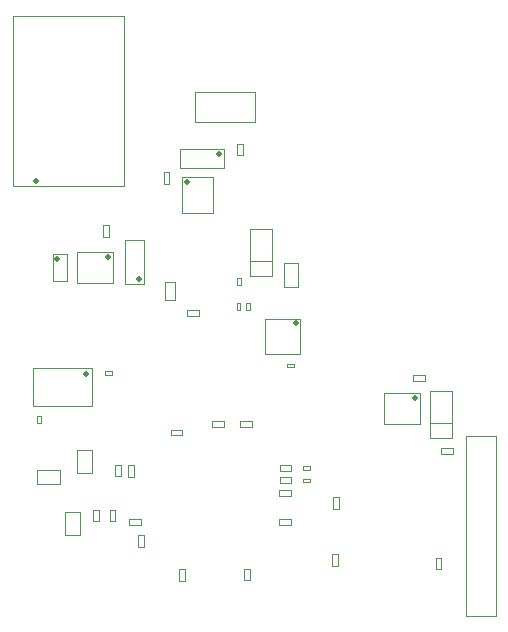
<source format=gm1>
G04 Layer_Color=16711935*
%FSLAX43Y43*%
%MOMM*%
G71*
G01*
G75*
%ADD47C,0.500*%
%ADD49C,0.100*%
%ADD82C,0.100*%
D47*
X7775Y41225D02*
D03*
X29725Y29150D02*
D03*
X9550Y34575D02*
D03*
X16475Y32950D02*
D03*
X23200Y43525D02*
D03*
X13825Y34800D02*
D03*
X20500Y41100D02*
D03*
X39800Y22875D02*
D03*
X12000Y24875D02*
D03*
D49*
X44130Y19595D02*
X46670D01*
X44130Y4355D02*
X46670D01*
X44130D02*
Y19595D01*
X46670Y4355D02*
Y19595D01*
X41575Y8325D02*
X42075D01*
X41575Y9325D02*
X42075D01*
X41575Y8325D02*
Y9325D01*
X42075Y8325D02*
Y9325D01*
X5775Y40825D02*
X15175D01*
X5775Y55225D02*
X15175D01*
X5775Y40825D02*
Y55225D01*
X15175Y40825D02*
Y55225D01*
X28350Y14575D02*
X29350D01*
X28350Y15075D02*
X29350D01*
Y14575D02*
Y15075D01*
X28350Y14575D02*
Y15075D01*
X13975Y12400D02*
Y13400D01*
X14475Y12400D02*
Y13400D01*
X13975Y12400D02*
X14475D01*
X13975Y13400D02*
X14475D01*
X19150Y19675D02*
X20150D01*
X19150Y20175D02*
X20150D01*
Y19675D02*
Y20175D01*
X19150Y19675D02*
Y20175D01*
X16075Y16175D02*
Y17175D01*
X15575Y16175D02*
Y17175D01*
X16075D01*
X15575Y16175D02*
X16075D01*
X28350Y12075D02*
X29350D01*
X28350Y12575D02*
X29350D01*
Y12075D02*
Y12575D01*
X28350Y12075D02*
Y12575D01*
X12575Y12400D02*
Y13400D01*
X13075Y12400D02*
Y13400D01*
X12575Y12400D02*
X13075D01*
X12575Y13400D02*
X13075D01*
X15600Y12575D02*
X16600D01*
X15600Y12075D02*
X16600D01*
X15600D02*
Y12575D01*
X16600Y12075D02*
Y12575D01*
X14925Y16200D02*
Y17200D01*
X14425Y16200D02*
Y17200D01*
X14925D01*
X14425Y16200D02*
X14925D01*
X22675Y20425D02*
X23675D01*
X22675Y20925D02*
X23675D01*
Y20425D02*
Y20925D01*
X22675Y20425D02*
Y20925D01*
X25350Y7400D02*
Y8400D01*
X25850Y7400D02*
Y8400D01*
X25350Y7400D02*
X25850D01*
X25350Y8400D02*
X25850D01*
X19875Y7375D02*
Y8375D01*
X20375Y7375D02*
Y8375D01*
X19875Y7375D02*
X20375D01*
X19875Y8375D02*
X20375D01*
X18675Y31100D02*
Y32700D01*
X19475Y31100D02*
Y32700D01*
X18675Y31100D02*
X19475D01*
X18675Y32700D02*
X19475D01*
X13550Y24825D02*
Y25125D01*
X14150Y24825D02*
Y25125D01*
X13550D02*
X14150D01*
X13550Y24825D02*
X14150D01*
X26050Y20425D02*
Y20925D01*
X25050Y20425D02*
Y20925D01*
Y20425D02*
X26050D01*
X25050Y20925D02*
X26050D01*
X7850Y21325D02*
X8150D01*
X7850Y20725D02*
X8150D01*
Y21325D01*
X7850Y20725D02*
Y21325D01*
X24800Y32375D02*
X25100D01*
X24800Y32975D02*
X25100D01*
X24800Y32375D02*
Y32975D01*
X25100Y32375D02*
Y32975D01*
X24750Y30900D02*
X25050D01*
X24750Y30300D02*
X25050D01*
Y30900D01*
X24750Y30300D02*
Y30900D01*
X25550Y30900D02*
X25850D01*
X25550Y30300D02*
X25850D01*
Y30900D01*
X25550Y30300D02*
Y30900D01*
X29600Y25450D02*
Y25750D01*
X29000Y25450D02*
Y25750D01*
Y25450D02*
X29600D01*
X29000Y25750D02*
X29600D01*
X30125Y26550D02*
Y29550D01*
X27125Y26550D02*
X30125D01*
X27125D02*
Y29550D01*
X30125D01*
X12450Y16475D02*
Y18475D01*
X11200Y16475D02*
X12450D01*
X11200D02*
Y18475D01*
X12450D01*
X10225Y11225D02*
Y13225D01*
X11475D01*
Y11225D02*
Y13225D01*
X10225Y11225D02*
X11475D01*
X43025Y18100D02*
Y18600D01*
X42025Y18100D02*
Y18600D01*
Y18100D02*
X43025D01*
X42025Y18600D02*
X43025D01*
X24800Y43375D02*
X25300D01*
X24800Y44375D02*
X25300D01*
X24800Y43375D02*
Y44375D01*
X25300Y43375D02*
Y44375D01*
X28725Y32250D02*
Y34249D01*
X29925Y32250D02*
Y34249D01*
X28725Y32250D02*
X29925D01*
X28725Y34249D02*
X29925D01*
X13450Y37500D02*
X13950D01*
X13450Y36500D02*
X13950D01*
Y37500D01*
X13450Y36500D02*
Y37500D01*
X16400Y11225D02*
X16900D01*
X16400Y10225D02*
X16900D01*
Y11225D01*
X16400Y10225D02*
Y11225D01*
X7801Y15575D02*
X9800D01*
X7801Y16775D02*
X9800D01*
Y15575D02*
Y16775D01*
X7801Y15575D02*
Y16775D01*
X21550Y29800D02*
Y30300D01*
X20550Y29800D02*
Y30300D01*
Y29800D02*
X21550D01*
X20550Y30300D02*
X21550D01*
X28375Y15625D02*
Y16125D01*
X29375Y15625D02*
Y16125D01*
X28375D02*
X29375D01*
X28375Y15625D02*
X29375D01*
X28375Y16675D02*
Y17175D01*
X29375Y16675D02*
Y17175D01*
X28375D02*
X29375D01*
X28375Y16675D02*
X29375D01*
X39650Y24300D02*
Y24800D01*
X40650Y24300D02*
Y24800D01*
X39650D02*
X40650D01*
X39650Y24300D02*
X40650D01*
X18550Y41975D02*
X19050D01*
X18550Y40975D02*
X19050D01*
Y41975D01*
X18550Y40975D02*
Y41975D01*
X9150Y35025D02*
X10350D01*
X9150Y32725D02*
Y35025D01*
Y32725D02*
X10350D01*
Y35025D01*
X16875Y32501D02*
Y36199D01*
X15275Y32501D02*
X16875D01*
X15275D02*
Y36199D01*
X16875D01*
X25850Y34475D02*
X27750D01*
X25850Y37175D02*
X27750D01*
X25850Y33175D02*
Y37175D01*
Y33175D02*
X27750D01*
Y37175D01*
X30925Y15725D02*
Y16025D01*
X30325Y15725D02*
Y16025D01*
Y15725D02*
X30925D01*
X30325Y16025D02*
X30925D01*
Y16775D02*
Y17075D01*
X30325Y16775D02*
Y17075D01*
Y16775D02*
X30925D01*
X30325Y17075D02*
X30925D01*
X41075Y20750D02*
X42975D01*
X41075Y23450D02*
X42975D01*
X41075Y19450D02*
Y23450D01*
Y19450D02*
X42975D01*
Y23450D01*
X19951Y43925D02*
X23649D01*
Y42325D02*
Y43925D01*
X19951Y42325D02*
X23649D01*
X19951D02*
Y43925D01*
X11205Y35220D02*
X14245D01*
X11205Y32580D02*
Y35220D01*
Y32580D02*
X14245D01*
Y35220D01*
X20080Y38480D02*
Y41520D01*
Y38480D02*
X22720D01*
Y41520D01*
X20080D02*
X22720D01*
X37180Y23295D02*
X40220D01*
X37180Y20655D02*
Y23295D01*
Y20655D02*
X40220D01*
Y23295D01*
X21215Y46230D02*
X26295D01*
X21215Y48770D02*
X26295D01*
X21215Y46230D02*
Y48770D01*
X26295Y46230D02*
Y48770D01*
X7500Y22188D02*
X12500D01*
X7500D02*
Y25363D01*
X12500D01*
Y22188D02*
Y25363D01*
X32850Y9625D02*
X33350D01*
X32850Y8625D02*
X33350D01*
Y9625D01*
X32850Y8625D02*
Y9625D01*
X32900Y13425D02*
X33400D01*
X32900Y14425D02*
X33400D01*
X32900Y13425D02*
Y14425D01*
X33400Y13425D02*
Y14425D01*
D82*
X25850Y33175D02*
D03*
X27750D02*
D03*
X41075Y19450D02*
D03*
X42975D02*
D03*
M02*

</source>
